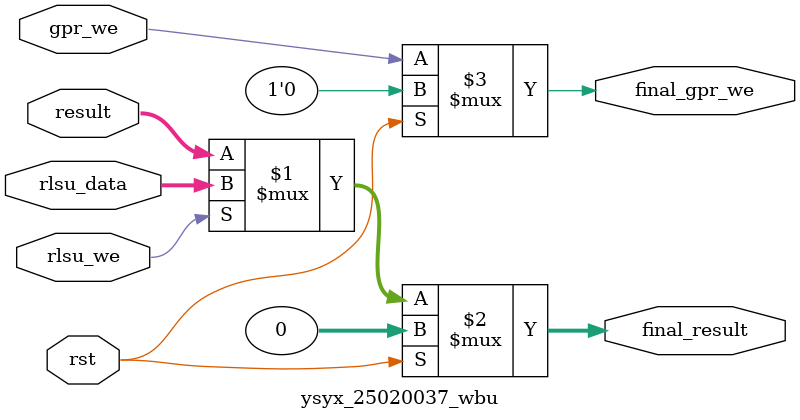
<source format=v>
module ysyx_25020037_wbu (
    input  wire         rst,
    input  wire         gpr_we,
    input  wire         rlsu_we,
    input  wire [31: 0] result,
    input  wire [31: 0] rlsu_data,
    output wire         final_gpr_we,
    output wire [31: 0] final_result
);
    
    assign final_result = rst          ? 32'b0 :
                          rlsu_we      ? rlsu_data :
                          result;
    assign final_gpr_we = rst ? 1'b0   : gpr_we;

endmodule

</source>
